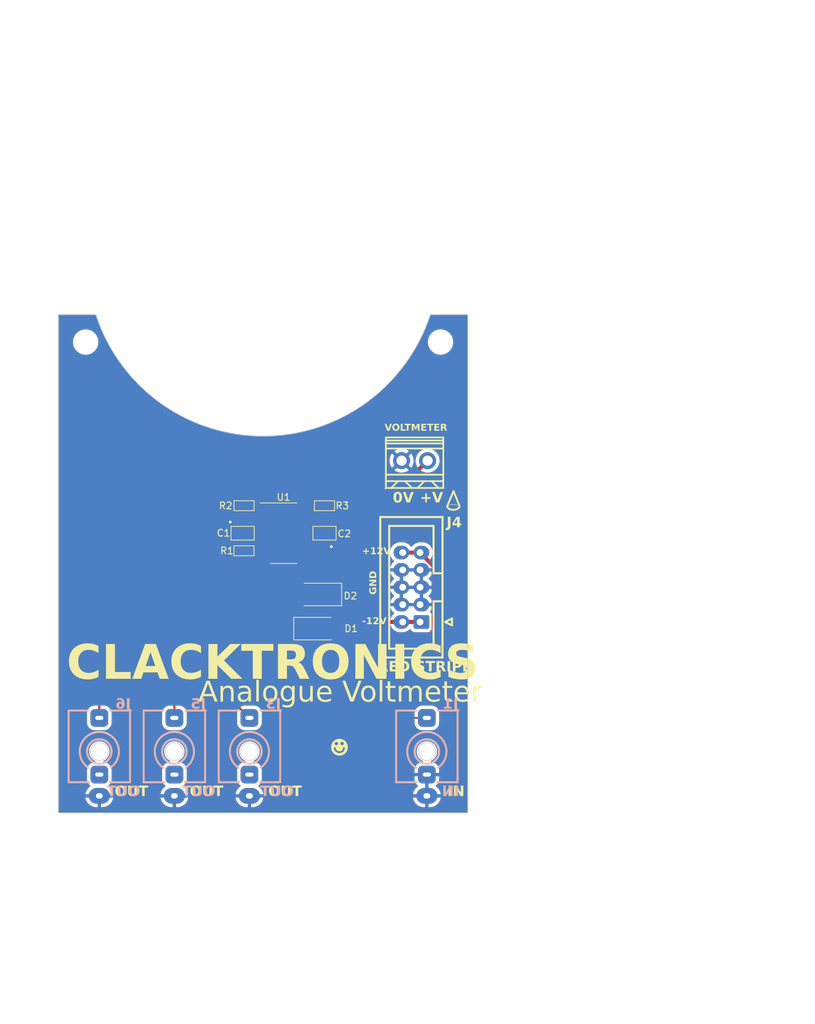
<source format=kicad_pcb>
(kicad_pcb (version 20240108) (generator "pcbnew") (generator_version "8.0")
  (layers (0 "F.Cu" signal) (31 "B.Cu" signal) (34 "B.Paste" user) (35 "F.Paste" user) (36 "B.SilkS" user "B.Silkscreen") (37 "F.SilkS" user "F.Silkscreen") (38 "B.Mask" user) (39 "F.Mask" user) (44 "Edge.Cuts" user))
  (net 0 "")
  (net 1 "+12V")
  (net 2 "GND")
  (net 3 "-12V")
  (net 4 "Net-(D1-A)")
  (net 5 "Net-(D2-K)")
  (net 6 "Net-(J3-PadT)")
  (net 7 "Net-(J5-PadT)")
  (net 8 "Net-(J6-PadT)")
  (net 9 "Net-(MES1-+)")
  (net 10 "Net-(U1B--)")
  (net 11 "Net-(U1D--)")
  (net 12 "Net-(U1C-+)")
  (net 13 "Net-(U1A--)")
  (footprint "Clacktronics:face" (layer "F.Cu") (at 157.6 127.4)
    (property "Reference" "G***" (hide yes))
    (property "Value" "LOGO" (hide yes))
  )
  (footprint "Clacktronics:R_0603_1608Metric" (layer "F.Cu") (at 143.6125 92 180)
    (property "Reference" "R2")
    (property "Value" "100Ω")
  )
  (footprint "Package_SO:SO-14_3.9x8.65mm_P1.27mm" (layer "F.Cu") (at 149.4 96.025)
    (property "Reference" "U1")
    (property "Value" "TL084")
  )
  (footprint "Clacktronics:C_0805_2012Metric" (layer "F.Cu") (at 155.4 96.025 180)
    (property "Reference" "C2")
    (property "Value" "100n")
  )
  (footprint "MountingHole:MountingHole_3.2mm_M3_DIN965" (layer "F.Cu") (at 172.4 68.025)
    (property "Reference" "REF**" (hide yes))
    (property "Value" "MountingHole_3.2mm_M3_DIN965")
  )
  (footprint "Clacktronics:R_0603_1608Metric" (layer "F.Cu") (at 155.4 92)
    (property "Reference" "R3")
    (property "Value" "100Ω")
  )
  (footprint "Clacktronics:CONN-TH_2P-P3.81_DB125-3.81-2P-BK-S" (layer "F.Cu") (at 168.6 85.7)
    (property "Reference" "MES1" (hide yes))
    (property "Value" "VOLTMETER")
  )
  (footprint "Clacktronics:R_0603_1608Metric" (layer "F.Cu") (at 143.6 98.6 180)
    (property "Reference" "R1")
    (property "Value" "100Ω")
  )
  (footprint "Diode_SMD:D_SMA" (layer "F.Cu") (at 154.4 105 180)
    (property "Reference" "D2")
    (property "Value" "SS14")
  )
  (footprint "Clacktronics:cone" (layer "F.Cu") (at 174.4 91.3)
    (property "Reference" "G***" (hide yes))
    (property "Value" "LOGO" (hide yes))
  )
  (footprint "Clacktronics:crab" (layer "F.Cu") (at 127.6 89)
    (property "Reference" "G***" (hide yes))
    (property "Value" "LOGO" (hide yes))
  )
  (footprint "MountingHole:MountingHole_3.2mm_M3_DIN965" (layer "F.Cu") (at 120.4 68.025)
    (property "Reference" "REF**" (hide yes))
    (property "Value" "MountingHole_3.2mm_M3_DIN965")
  )
  (footprint "Clacktronics:C_0805_2012Metric" (layer "F.Cu") (at 143.4 96.025 180)
    (property "Reference" "C1")
    (property "Value" "100n")
  )
  (footprint "BYOM_General:IDC-Header_2x05_P2.54mm_Vertical" (layer "F.Cu") (at 169.4 109.025 180)
    (property "Reference" "J4")
    (property "Value" "Conn_02x05_Odd_Even")
  )
  (footprint "Diode_SMD:D_SMA" (layer "F.Cu") (at 154.4 110)
    (property "Reference" "D1")
    (property "Value" "SS14")
  )
  (footprint "BYOM_General:Jack_3.5mm_QingPu_WQP-PJ398SM_Vertical" (layer "B.Cu") (at 144.4 128 180)
    (property "Reference" "J3")
    (property "Value" "OUT 1")
    (fp_circle (center 0 0) (end 1.3 0) (stroke (width 0.12)) (fill none) (layer "Edge.Cuts"))
  )
  (footprint "BYOM_General:Jack_3.5mm_QingPu_WQP-PJ398SM_Vertical" (layer "B.Cu") (at 133.4 128 180)
    (property "Reference" "J5")
    (property "Value" "OUT 2")
    (fp_circle (center 0 0) (end 1.3 0) (stroke (width 0.12)) (fill none) (layer "Edge.Cuts"))
  )
  (footprint "BYOM_General:Jack_3.5mm_QingPu_WQP-PJ398SM_Vertical" (layer "B.Cu") (at 170.4 128 180)
    (property "Reference" "J1")
    (property "Value" "IN")
    (fp_circle (center 0 0) (end 1.3 0) (stroke (width 0.12)) (fill none) (layer "Edge.Cuts"))
  )
  (footprint "BYOM_General:Jack_3.5mm_QingPu_WQP-PJ398SM_Vertical" (layer "B.Cu") (at 122.4 128 180)
    (property "Reference" "J6")
    (property "Value" "OUT 3")
    (fp_circle (center 0 0) (end 1.3 0) (stroke (width 0.12)) (fill none) (layer "Edge.Cuts"))
  )
  (gr_line (start 116.4 137) (end 116.4 64) (stroke (width 0.1)) (layer "Edge.Cuts"))
  (gr_line (start 176.4 64) (end 170.899999 64) (stroke (width 0.1)) (layer "Edge.Cuts"))
  (gr_line (start 116.4 64) (end 121.900002 64) (stroke (width 0.1)) (layer "Edge.Cuts"))
  (gr_line (start 176.4 64) (end 176.4 137) (stroke (width 0.1)) (layer "Edge.Cuts"))
  (gr_line (start 176.4 137) (end 116.4 137) (stroke (width 0.1)) (layer "Edge.Cuts"))
  (gr_arc (start 170.899998 64) (mid 146.4 81.790298) (end 121.900002 64) (stroke (width 0.1)) (layer "Edge.Cuts"))
  (gr_text "IN" (at 175.15 134.775 0) (layer "B.SilkS") (effects (font (size 1.5 1.5) (thickness 0.2) (bold yes)) (justify left bottom mirror)))
  (gr_text "OUT" (at 128.4 134.775 0) (layer "B.SilkS") (effects (font (size 1.5 1.5) (thickness 0.2) (bold yes)) (justify left bottom mirror)))
  (gr_text "OUT" (at 150.9 134.775 0) (layer "B.SilkS") (effects (font (size 1.5 1.5) (thickness 0.2) (bold yes)) (justify left bottom mirror)))
  (gr_text "OUT" (at 139.4 134.775 0) (layer "B.SilkS") (effects (font (size 1.5 1.5) (thickness 0.2) (bold yes)) (justify left bottom mirror)))
  (gr_text "Analogue Voltmeter" (at 136.9 121.2 0) (layer "F.SilkS") (effects (font (size 3 3)) (justify left bottom)))
  (gr_text "CLACKTRONICS" (at 117.6 118.2 0) (layer "F.SilkS") (effects (font (size 5 5) (thickness 0.2) (bold yes)) (justify left bottom)))
  (gr_text "GND" (at 163.15 105.025 90) (layer "F.SilkS") (effects (font (size 1 1) (thickness 0.2) (bold yes)) (justify left bottom)))
  (gr_text "OUT" (at 147.15 134.775 0) (layer "F.SilkS") (effects (font (size 1.5 1.5) (thickness 0.2) (bold yes)) (justify left bottom)))
  (gr_text "0V" (at 165.4 91.775 0) (layer "F.SilkS") (effects (font (size 1.5 1.5) (thickness 0.2) (bold yes)) (justify left bottom)))
  (gr_text "-12V" (at 160.9 109.525 0) (layer "F.SilkS") (effects (font (size 1 1) (thickness 0.2) (bold yes)) (justify left bottom)))
  (gr_text "+V" (at 169.4 91.775 0) (layer "F.SilkS") (effects (font (size 1.5 1.5) (thickness 0.2) (bold yes)) (justify left bottom)))
  (gr_text "RED STRIPE" (at 163.15 116.525 0) (layer "F.SilkS") (effects (font (size 1.5 1.5) (thickness 0.2) (bold yes)) (justify left bottom)))
  (gr_text "OUT" (at 135.65 134.775 0) (layer "F.SilkS") (effects (font (size 1.5 1.5) (thickness 0.2) (bold yes)) (justify left bottom)))
  (gr_text "OUT" (at 124.65 134.775 0) (layer "F.SilkS") (effects (font (size 1.5 1.5) (thickness 0.2) (bold yes)) (justify left bottom)))
  (gr_text "IN" (at 173.4 134.775 0) (layer "F.SilkS") (effects (font (size 1.5 1.5) (thickness 0.2) (bold yes)) (justify left bottom)))
  (gr_text "+12V" (at 160.9 99.275 0) (layer "F.SilkS") (effects (font (size 1 1) (thickness 0.2) (bold yes)) (justify left bottom)))
  (segment (start 152.4 110) (end 143.625 101.225) (width 0.25) (layer "F.Cu") (net 1))
  (segment (start 143.625 101.225) (end 143.625 96.7375) (width 0.25) (layer "F.Cu") (net 1))
  (segment (start 143.625 96.7375) (end 144.3375 96.025) (width 0.25) (layer "F.Cu") (net 1))
  (segment (start 146.925 96.025) (end 144.3375 96.025) (width 0.33) (layer "F.Cu") (net 1))
  (segment (start 156.3375 96.025) (end 156.3375 97.9375) (width 0.33) (layer "F.Cu") (net 2))
  (segment (start 156.3375 97.9375) (end 156.4 98) (width 0.33) (layer "F.Cu") (net 2))
  (segment (start 142.4625 95.2625) (end 141.588793 94.388793) (width 0.33) (layer "F.Cu") (net 2))
  (segment (start 142.4625 96.025) (end 142.4625 95.2625) (width 0.33) (layer "F.Cu") (net 2))
  (via (at 156.4 98) (size 0.8) (drill 0.4) (layers "F.Cu" "B.Cu") (net 2))
  (via (at 141.588793 94.388793) (size 0.8) (drill 0.4) (layers "F.Cu" "B.Cu") (net 2))
  (segment (start 151.875 96.025) (end 154.4625 96.025) (width 0.33) (layer "F.Cu") (net 3))
  (segment (start 154.4625 102.9375) (end 152.4 105) (width 0.33) (layer "F.Cu") (net 3))
  (segment (start 154.4625 96.025) (end 154.4625 102.9375) (width 0.33) (layer "F.Cu") (net 3))
  (segment (start 157.675 111.275) (end 170.4 111.275) (width 0.6) (layer "F.Cu") (net 4))
  (segment (start 170.4 111.275) (end 171.4 110.275) (width 0.6) (layer "F.Cu") (net 4))
  (segment (start 156.4 110) (end 157.675 111.275) (width 0.6) (layer "F.Cu") (net 4))
  (segment (start 171.4 110.275) (end 171.4 100.865) (width 0.6) (layer "F.Cu") (net 4))
  (segment (start 171.4 100.865) (end 169.4 98.865) (width 0.6) (layer "F.Cu") (net 4))
  (segment (start 166.86 98.865) (end 169.4 98.865) (width 0.6) (layer "F.Cu") (net 4))
  (segment (start 159.65 105.025) (end 158.9 105.025) (width 0.6) (layer "F.Cu") (net 5))
  (segment (start 163.65 109.025) (end 159.65 105.025) (width 0.6) (layer "F.Cu") (net 5))
  (segment (start 158.875 105) (end 156.4 105) (width 0.6) (layer "F.Cu") (net 5))
  (segment (start 166.86 109.025) (end 169.4 109.025) (width 0.6) (layer "F.Cu") (net 5))
  (segment (start 166.86 109.025) (end 163.65 109.025) (width 0.6) (layer "F.Cu") (net 5))
  (segment (start 158.9 105.025) (end 158.875 105) (width 0.6) (layer "F.Cu") (net 5))
  (segment (start 142.8125 121.4925) (end 144.4 123.08) (width 0.33) (layer "F.Cu") (net 6))
  (segment (start 142.8125 98.6) (end 142.8125 121.4925) (width 0.33) (layer "F.Cu") (net 6))
  (segment (start 142.825 92) (end 133.4 101.425) (width 0.33) (layer "F.Cu") (net 7))
  (segment (start 133.4 101.425) (end 133.4 123.08) (width 0.33) (layer "F.Cu") (net 7))
  (segment (start 122.4 111) (end 122.4 123.08) (width 0.33) (layer "F.Cu") (net 8))
  (segment (start 143.375 90.025) (end 122.4 111) (width 0.33) (layer "F.Cu") (net 8))
  (segment (start 154.2125 90.025) (end 143.375 90.025) (width 0.33) (layer "F.Cu") (net 8))
  (segment (start 156.1875 92) (end 154.2125 90.025) (width 0.33) (layer "F.Cu") (net 8))
  (segment (start 149.455 94.755) (end 151.875 94.755) (width 0.33) (layer "F.Cu") (net 9))
  (segment (start 148.697499 96.497499) (end 149.455 95.739998) (width 0.33) (layer "F.Cu") (net 9))
  (segment (start 170.505004 85.4) (end 161.880004 94.025) (width 0.6) (layer "F.Cu") (net 9))
  (segment (start 161.880004 94.025) (end 154.15 94.025) (width 0.6) (layer "F.Cu") (net 9))
  (segment (start 146.925 94.755) (end 149.455 94.755) (width 0.33) (layer "F.Cu") (net 9))
  (segment (start 149.455 95.739998) (end 149.455 94.755) (width 0.33) (layer "F.Cu") (net 9))
  (segment (start 147.899999 97.295) (end 148.697499 96.497499) (width 0.33) (layer "F.Cu") (net 9))
  (segment (start 151.875 98.565) (end 150.765 98.565) (width 0.33) (layer "F.Cu") (net 9))
  (segment (start 150.765 98.565) (end 148.697499 96.497499) (width 0.33) (layer "F.Cu") (net 9))
  (segment (start 154.15 94.025) (end 153.42 94.755) (width 0.6) (layer "F.Cu") (net 9))
  (segment (start 146.925 97.295) (end 147.899999 97.295) (width 0.33) (layer "F.Cu") (net 9))
  (segment (start 153.42 94.755) (end 151.875 94.755) (width 0.6) (layer "F.Cu") (net 9))
  (segment (start 151.875 98.565) (end 151.875 99.835) (width 0.33) (layer "F.Cu") (net 9))
  (segment (start 144.3875 98.6) (end 146.89 98.6) (width 0.33) (layer "F.Cu") (net 10))
  (segment (start 146.925 99.835) (end 146.925 98.565) (width 0.33) (layer "F.Cu") (net 10))
  (segment (start 151.875 93.485) (end 151.875 92.215) (width 0.33) (layer "F.Cu") (net 11))
  (segment (start 151.875 92.215) (end 154.3975 92.215) (width 0.33) (layer "F.Cu") (net 11))
  (segment (start 154.7 111.1) (end 166.68 123.08) (width 0.25) (layer "F.Cu") (net 12))
  (segment (start 153.175 97.620001) (end 153.175 101.7549) (width 0.25) (layer "F.Cu") (net 12))
  (segment (start 150.8 105.9) (end 154.7 109.8) (width 0.25) (layer "F.Cu") (net 12))
  (segment (start 151.875 97.295) (end 152.849999 97.295) (width 0.25) (layer "F.Cu") (net 12))
  (segment (start 153.175 101.7549) (end 150.8 104.1299) (width 0.25) (layer "F.Cu") (net 12))
  (segment (start 154.7 109.8) (end 154.7 111.1) (width 0.25) (layer "F.Cu") (net 12))
  (segment (start 166.68 123.08) (end 170.4 123.08) (width 0.25) (layer "F.Cu") (net 12))
  (segment (start 150.8 104.1299) (end 150.8 105.9) (width 0.25) (layer "F.Cu") (net 12))
  (segment (start 152.849999 97.295) (end 153.175 97.620001) (width 0.25) (layer "F.Cu") (net 12))
  (segment (start 146.925 93.485) (end 146.925 92.215) (width 0.33) (layer "F.Cu") (net 13))
  (segment (start 146.71 92) (end 146.925 92.215) (width 0.33) (layer "F.Cu") (net 13))
  (segment (start 144.4 92) (end 146.71 92) (width 0.33) (layer "F.Cu") (net 13))
  (zone (net 2) (net_name "GND") (layer "B.Cu") (connect_pads (clearance 0.5)) (min_thickness 0.25) (fill yes (thermal_gap 0.5) (thermal_bridge_width 0.5))
    (polygon (pts (xy 115.4 138) (xy 177.4 138) (xy 177.4 63.025) (xy 115.4 63.025)))
  )
)
</source>
